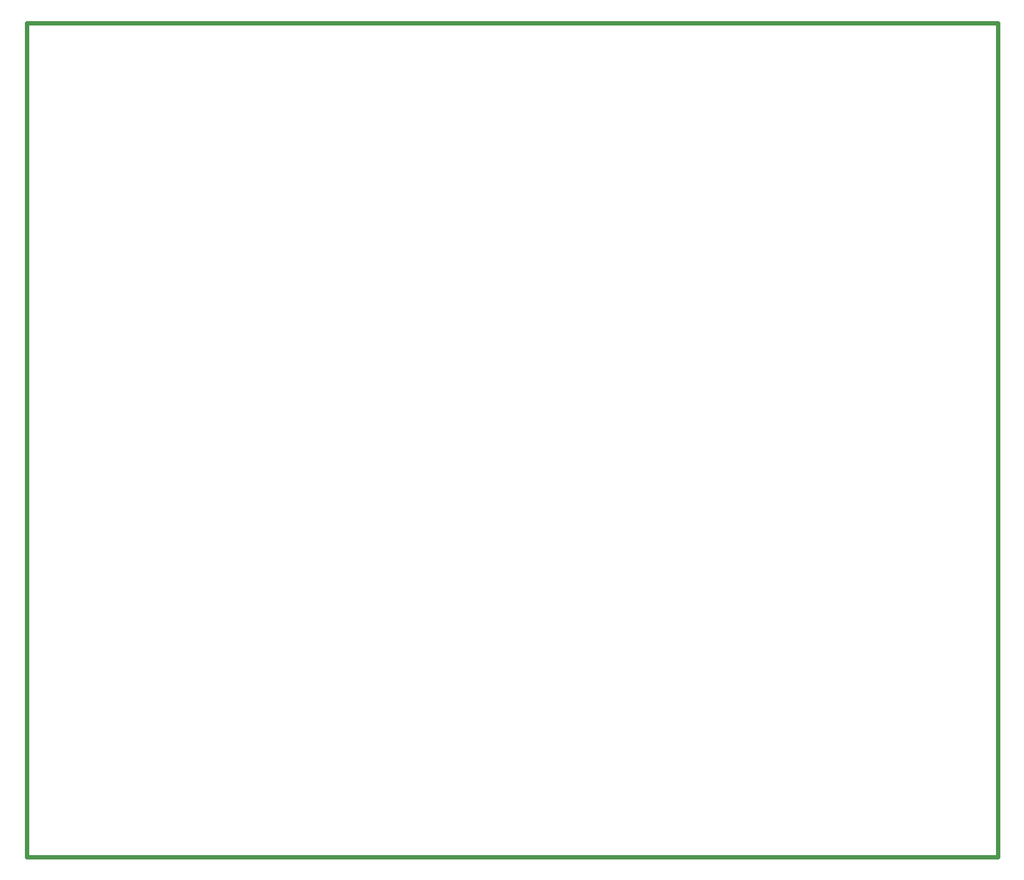
<source format=gko>
G04*
G04 #@! TF.GenerationSoftware,Altium Limited,Altium Designer,22.7.1 (60)*
G04*
G04 Layer_Color=16711935*
%FSLAX44Y44*%
%MOMM*%
G71*
G04*
G04 #@! TF.SameCoordinates,34B7A8A0-57E4-4CCA-9FD8-BF788A575D18*
G04*
G04*
G04 #@! TF.FilePolarity,Positive*
G04*
G01*
G75*
%ADD84C,0.6096*%
D84*
X0Y0D02*
Y1135380D01*
X1320800D01*
Y0D02*
Y1135380D01*
X0Y0D02*
X1320800D01*
M02*

</source>
